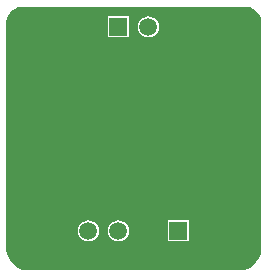
<source format=gbl>
G04*
G04 #@! TF.GenerationSoftware,Altium Limited,Altium Designer,19.1.9 (167)*
G04*
G04 Layer_Physical_Order=2*
G04 Layer_Color=16711680*
%FSLAX25Y25*%
%MOIN*%
G70*
G01*
G75*
%ADD25R,0.05906X0.05906*%
%ADD26C,0.05906*%
%ADD27C,0.02500*%
G36*
X403645Y308697D02*
X404717Y308484D01*
X405726Y308066D01*
X406635Y307459D01*
X407408Y306686D01*
X408015Y305777D01*
X408433Y304768D01*
X408646Y303696D01*
Y303150D01*
X408646Y228346D01*
X408646Y227604D01*
X408356Y226146D01*
X407787Y224773D01*
X406962Y223538D01*
X405911Y222487D01*
X404676Y221661D01*
X403303Y221093D01*
X401845Y220803D01*
X401102Y220803D01*
X401102D01*
D01*
X331181Y220803D01*
X330438D01*
X328981Y221093D01*
X327608Y221661D01*
X326372Y222487D01*
X325322Y223538D01*
X324496Y224773D01*
X323927Y226146D01*
X323637Y227603D01*
X323637Y228346D01*
Y228346D01*
D01*
X323637Y303150D01*
Y303150D01*
D01*
X323637Y303696D01*
X323851Y304768D01*
X324269Y305777D01*
X324876Y306686D01*
X325649Y307459D01*
X326557Y308066D01*
X327567Y308484D01*
X328639Y308697D01*
X329185Y308697D01*
X329185D01*
D01*
X403098Y308697D01*
X403645Y308697D01*
D02*
G37*
%LPC*%
G36*
X364453Y305453D02*
X357547D01*
Y298547D01*
X364453D01*
Y305453D01*
D02*
G37*
G36*
X371000Y305483D02*
X370099Y305364D01*
X369259Y305016D01*
X368537Y304463D01*
X367984Y303741D01*
X367636Y302901D01*
X367517Y302000D01*
X367636Y301099D01*
X367984Y300259D01*
X368537Y299537D01*
X369259Y298984D01*
X370099Y298636D01*
X371000Y298517D01*
X371901Y298636D01*
X372741Y298984D01*
X373463Y299537D01*
X374016Y300259D01*
X374364Y301099D01*
X374482Y302000D01*
X374364Y302901D01*
X374016Y303741D01*
X373463Y304463D01*
X372741Y305016D01*
X371901Y305364D01*
X371000Y305483D01*
D02*
G37*
G36*
X384453Y237453D02*
X377547D01*
Y230547D01*
X384453D01*
Y237453D01*
D02*
G37*
G36*
X361000Y237483D02*
X360099Y237364D01*
X359259Y237016D01*
X358538Y236462D01*
X357984Y235741D01*
X357636Y234901D01*
X357518Y234000D01*
X357636Y233099D01*
X357984Y232259D01*
X358538Y231538D01*
X359259Y230984D01*
X360099Y230636D01*
X361000Y230518D01*
X361901Y230636D01*
X362741Y230984D01*
X363462Y231538D01*
X364016Y232259D01*
X364364Y233099D01*
X364482Y234000D01*
X364364Y234901D01*
X364016Y235741D01*
X363462Y236462D01*
X362741Y237016D01*
X361901Y237364D01*
X361000Y237483D01*
D02*
G37*
G36*
X351000D02*
X350099Y237364D01*
X349259Y237016D01*
X348537Y236462D01*
X347984Y235741D01*
X347636Y234901D01*
X347517Y234000D01*
X347636Y233099D01*
X347984Y232259D01*
X348537Y231538D01*
X349259Y230984D01*
X350099Y230636D01*
X351000Y230518D01*
X351901Y230636D01*
X352741Y230984D01*
X353463Y231538D01*
X354016Y232259D01*
X354364Y233099D01*
X354483Y234000D01*
X354364Y234901D01*
X354016Y235741D01*
X353463Y236462D01*
X352741Y237016D01*
X351901Y237364D01*
X351000Y237483D01*
D02*
G37*
%LPD*%
D25*
X361000Y302000D02*
D03*
X381000Y234000D02*
D03*
D26*
X371000Y302000D02*
D03*
X351000Y234000D02*
D03*
X361000D02*
D03*
X371000D02*
D03*
D27*
X346000Y252500D02*
D03*
X364250Y243250D02*
D03*
M02*

</source>
